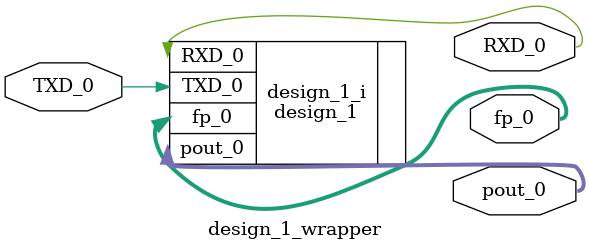
<source format=v>
`timescale 1 ps / 1 ps

module design_1_wrapper
   (RXD_0,
    TXD_0,
    fp_0,
    pout_0);
  output RXD_0;
  input TXD_0;
  output [4:0]fp_0;
  output [7:0]pout_0;

  wire RXD_0;
  wire TXD_0;
  wire [4:0]fp_0;
  wire [7:0]pout_0;

  design_1 design_1_i
       (.RXD_0(RXD_0),
        .TXD_0(TXD_0),
        .fp_0(fp_0),
        .pout_0(pout_0));
endmodule

</source>
